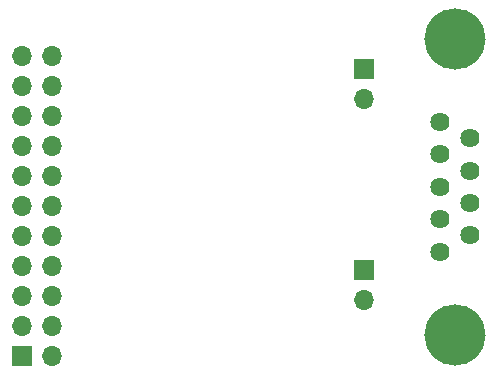
<source format=gbs>
G04 #@! TF.GenerationSoftware,KiCad,Pcbnew,8.0.6*
G04 #@! TF.CreationDate,2024-12-29T09:39:42-05:00*
G04 #@! TF.ProjectId,Beagley-ai-2CAN,42656167-6c65-4792-9d61-692d3243414e,rev?*
G04 #@! TF.SameCoordinates,Original*
G04 #@! TF.FileFunction,Soldermask,Bot*
G04 #@! TF.FilePolarity,Negative*
%FSLAX46Y46*%
G04 Gerber Fmt 4.6, Leading zero omitted, Abs format (unit mm)*
G04 Created by KiCad (PCBNEW 8.0.6) date 2024-12-29 09:39:42*
%MOMM*%
%LPD*%
G01*
G04 APERTURE LIST*
%ADD10R,1.700000X1.700000*%
%ADD11O,1.700000X1.700000*%
%ADD12C,1.625600*%
%ADD13C,5.181600*%
G04 APERTURE END LIST*
D10*
X84640000Y-64870000D03*
D11*
X87180000Y-64870000D03*
X84640000Y-62330000D03*
X87180000Y-62330000D03*
X84640000Y-59790000D03*
X87180000Y-59790000D03*
X84640000Y-57250000D03*
X87180000Y-57250000D03*
X84640000Y-54710000D03*
X87180000Y-54710000D03*
X84640000Y-52170000D03*
X87180000Y-52170000D03*
X84640000Y-49630000D03*
X87180000Y-49630000D03*
X84640000Y-47090000D03*
X87180000Y-47090000D03*
X84640000Y-44550000D03*
X87180000Y-44550000D03*
X84640000Y-42010000D03*
X87180000Y-42010000D03*
X84640000Y-39470000D03*
X87180000Y-39470000D03*
D10*
X113600000Y-57550000D03*
D11*
X113600000Y-60090000D03*
D12*
X120030000Y-45063600D03*
X120030000Y-47806800D03*
X120030000Y-50550000D03*
X120030000Y-53293200D03*
X120030000Y-56036400D03*
X122570000Y-46435200D03*
X122570000Y-49178400D03*
X122570000Y-51921600D03*
X122570000Y-54664800D03*
D13*
X121300000Y-38027800D03*
X121300000Y-63072200D03*
D10*
X113600000Y-40550000D03*
D11*
X113600000Y-43090000D03*
M02*

</source>
